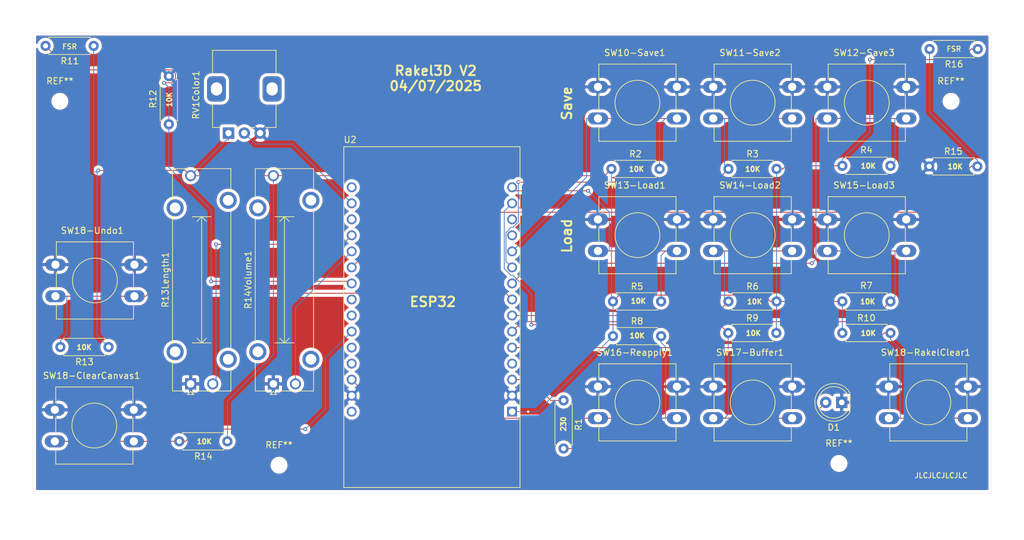
<source format=kicad_pcb>
(kicad_pcb (version 20241229) (generator "pcbnew") (generator_version "9.0")
  (layers (0 "F.Cu" signal) (2 "B.Cu" signal) (13 "F.Paste" user) (15 "B.Paste" user) (5 "F.SilkS" user "F.Silkscreen") (7 "B.SilkS" user "B.Silkscreen") (1 "F.Mask" user) (3 "B.Mask" user) (25 "Edge.Cuts" user))
  (net 0 "")
  (net 1 "Net-(U2-IO4)")
  (net 2 "GND")
  (net 3 "Net-(D1-A)")
  (net 4 "Net-(U2-IO16)")
  (net 5 "+3.3V")
  (net 6 "Net-(U2-IO22)")
  (net 7 "Net-(U2-IO21)")
  (net 8 "Net-(U2-IO19)")
  (net 9 "Net-(U2-IO18)")
  (net 10 "Net-(U2-IO34)")
  (net 11 "Net-(U2-IO17)")
  (net 12 "Net-(U2-IO35)")
  (net 13 "Net-(U2-IO23)")
  (net 14 "Net-(U2-SENSOR_VP)")
  (net 15 "Net-(U2-IO13)")
  (net 16 "Net-(U2-IO33)")
  (net 17 "Net-(U2-IO15)")
  (net 18 "Net-(U2-IO32)")
  (net 19 "Net-(U2-IO5)")
  (net 20 "Net-(U2-IO27)")
  (footprint "Resistor_THT:R_Axial_DIN0207_L6.3mm_D2.5mm_P7.62mm_Horizontal" (layer "F.Cu") (at 176.07 115.12)
    (property "Reference" "R8" (at 3.81 -2.37 0) (layer "F.SilkS"))
    (property "Value" "10k")
    (pad "1" thru_hole circle (at 0 0) (size 1.6 1.6) (drill 0.8) (layers "*.Cu" "*.Mask") (net 5 "+3.3V"))
    (pad "2" thru_hole oval (at 7.62 0) (size 1.6 1.6) (drill 0.8) (layers "*.Cu" "*.Mask") (net 15 "Net-(U2-IO13)"))
  )
  (footprint "Resistor_THT:R_Axial_DIN0207_L6.3mm_D2.5mm_P7.62mm_Horizontal" (layer "F.Cu") (at 115.02 131.79 180)
    (property "Reference" "R14" (at 3.81 -2.37 0) (layer "F.SilkS"))
    (property "Value" "10k")
    (pad "1" thru_hole circle (at 0 0 180) (size 1.6 1.6) (drill 0.8) (layers "*.Cu" "*.Mask") (net 5 "+3.3V"))
    (pad "2" thru_hole oval (at 7.62 0 180) (size 1.6 1.6) (drill 0.8) (layers "*.Cu" "*.Mask") (net 20 "Net-(U2-IO27)"))
  )
  (footprint "Resistor_THT:R_Axial_DIN0207_L6.3mm_D2.5mm_P7.62mm_Horizontal" (layer "F.Cu") (at 86.23 69.12)
    (property "Reference" "R11" (at 3.8475 2.4 0) (layer "F.SilkS"))
    (property "Value" "R_Variable_FSR1")
    (pad "1" thru_hole circle (at 0 0) (size 1.6 1.6) (drill 0.8) (layers "*.Cu" "*.Mask") (net 16 "Net-(U2-IO33)"))
    (pad "2" thru_hole oval (at 7.62 0) (size 1.6 1.6) (drill 0.8) (layers "*.Cu" "*.Mask") (net 5 "+3.3V"))
  )
  (footprint "Resistor_THT:R_Axial_DIN0207_L6.3mm_D2.5mm_P7.62mm_Horizontal" (layer "F.Cu") (at 194.32 114.62)
    (property "Reference" "R9" (at 3.81 -2.37 0) (layer "F.SilkS"))
    (property "Value" "10k")
    (pad "1" thru_hole circle (at 0 0) (size 1.6 1.6) (drill 0.8) (layers "*.Cu" "*.Mask") (net 6 "Net-(U2-IO22)"))
    (pad "2" thru_hole oval (at 7.62 0) (size 1.6 1.6) (drill 0.8) (layers "*.Cu" "*.Mask") (net 5 "+3.3V"))
  )
  (footprint "Button_Switch_THT:SW_PUSH-12mm" (layer "F.Cu") (at 87.8 103.795)
    (property "Reference" "SW18-Undo1" (at 5.83 -5.41 0) (layer "F.SilkS"))
    (property "Value" "SW_Push")
    (pad "1" thru_hole oval (at 0 0) (size 3.2 1.9) (drill 1.3) (layers "*.Cu" "*.Mask") (net 2 "GND"))
    (pad "1" thru_hole oval (at 12.5 0) (size 3.2 1.9) (drill 1.3) (layers "*.Cu" "*.Mask") (net 2 "GND"))
    (pad "2" thru_hole oval (at 0 5) (size 3.2 1.9) (drill 1.3) (layers "*.Cu" "*.Mask") (net 19 "Net-(U2-IO5)"))
    (pad "2" thru_hole oval (at 12.5 5) (size 3.2 1.9) (drill 1.3) (layers "*.Cu" "*.Mask") (net 19 "Net-(U2-IO5)"))
  )
  (footprint "Button_Switch_THT:SW_PUSH-12mm" (layer "F.Cu") (at 219.75 123.12)
    (property "Reference" "SW18-RakelClear1" (at 5.83 -5.41 0) (layer "F.SilkS"))
    (property "Value" "SW_Push")
    (pad "1" thru_hole oval (at 0 0) (size 3.2 1.9) (drill 1.3) (layers "*.Cu" "*.Mask") (net 2 "GND"))
    (pad "1" thru_hole oval (at 12.5 0) (size 3.2 1.9) (drill 1.3) (layers "*.Cu" "*.Mask") (net 2 "GND"))
    (pad "2" thru_hole oval (at 0 5) (size 3.2 1.9) (drill 1.3) (layers "*.Cu" "*.Mask") (net 1 "Net-(U2-IO4)"))
    (pad "2" thru_hole oval (at 12.5 5) (size 3.2 1.9) (drill 1.3) (layers "*.Cu" "*.Mask") (net 1 "Net-(U2-IO4)"))
  )
  (footprint "Resistor_THT:R_Axial_DIN0207_L6.3mm_D2.5mm_P7.62mm_Horizontal" (layer "F.Cu") (at 168.25 125.31 -90)
    (property "Reference" "R1" (at 3.81 -2.37 90) (layer "F.SilkS"))
    (property "Value" "230")
    (pad "1" thru_hole circle (at 0 0 270) (size 1.6 1.6) (drill 0.8) (layers "*.Cu" "*.Mask") (net 17 "Net-(U2-IO15)"))
    (pad "2" thru_hole oval (at 7.62 0 270) (size 1.6 1.6) (drill 0.8) (layers "*.Cu" "*.Mask") (net 3 "Net-(D1-A)"))
  )
  (footprint "LED_THT:LED_D5.0mm" (layer "F.Cu") (at 212.29 125.62 180)
    (property "Reference" "D1" (at 1.27 -3.96 0) (layer "F.SilkS"))
    (property "Value" "LED")
    (pad "1" thru_hole rect (at 0 0 180) (size 1.8 1.8) (drill 0.9) (layers "*.Cu" "*.Mask") (net 2 "GND"))
    (pad "2" thru_hole circle (at 2.54 0 180) (size 1.8 1.8) (drill 0.9) (layers "*.Cu" "*.Mask") (net 3 "Net-(D1-A)"))
  )
  (footprint "Button_Switch_THT:SW_PUSH-12mm" (layer "F.Cu") (at 210 75.62)
    (property "Reference" "SW12-Save3" (at 5.83 -5.41 0) (layer "F.SilkS"))
    (property "Value" "SW_Push")
    (pad "1" thru_hole oval (at 0 0) (size 3.2 1.9) (drill 1.3) (layers "*.Cu" "*.Mask") (net 2 "GND"))
    (pad "1" thru_hole oval (at 12.5 0) (size 3.2 1.9) (drill 1.3) (layers "*.Cu" "*.Mask") (net 2 "GND"))
    (pad "2" thru_hole oval (at 0 5) (size 3.2 1.9) (drill 1.3) (layers "*.Cu" "*.Mask") (net 9 "Net-(U2-IO18)"))
    (pad "2" thru_hole oval (at 12.5 5) (size 3.2 1.9) (drill 1.3) (layers "*.Cu" "*.Mask") (net 9 "Net-(U2-IO18)"))
  )
  (footprint "Potentiometer_THT:Potentiometer_Bourns_PTA2043_Single_Slide" (layer "F.Cu") (at 109.2 122.69 90)
    (property "Reference" "R13Length1" (at 16.5 -4 90) (layer "F.SilkS"))
    (property "Value" "PTA2043-2010CIB103")
    (pad "1" thru_hole rect (at 0 0 90) (size 1.75 1.75) (drill 1.2) (layers "*.Cu" "*.Mask") (net 2 "GND"))
    (pad "2" thru_hole circle (at 0 3.5 90) (size 1.75 1.75) (drill 1.2) (layers "*.Cu" "*.Mask") (net 10 "Net-(U2-IO34)"))
    (pad "3" thru_hole circle (at 33 0 90) (size 1.75 1.75) (drill 1.2) (layers "*.Cu" "*.Mask") (net 5 "+3.3V"))
    (pad "MP" thru_hole circle (at 3.9 5.95 90) (size 2.7 2.7) (drill 1.7) (layers "*.Cu" "*.Mask"))
    (pad "MP" thru_hole circle (at 5.1 -2.45 90) (size 2.7 2.7) (drill 1.7) (layers "*.Cu" "*.Mask"))
    (pad "MP" thru_hole circle (at 27.9 -2.45 90) (size 2.7 2.7) (drill 1.7) (layers "*.Cu" "*.Mask"))
    (pad "MP" thru_hole circle (at 29.1 5.95 90) (size 2.7 2.7) (drill 1.7) (layers "*.Cu" "*.Mask"))
  )
  (footprint "Button_Switch_THT:SW_PUSH-12mm" (layer "F.Cu") (at 173.69 75.62)
    (property "Reference" "SW10-Save1" (at 5.83 -5.41 0) (layer "F.SilkS"))
    (property "Value" "SW_Push")
    (pad "1" thru_hole oval (at 0 0) (size 3.2 1.9) (drill 1.3) (layers "*.Cu" "*.Mask") (net 2 "GND"))
    (pad "1" thru_hole oval (at 12.5 0) (size 3.2 1.9) (drill 1.3) (layers "*.Cu" "*.Mask") (net 2 "GND"))
    (pad "2" thru_hole oval (at 0 5) (size 3.2 1.9) (drill 1.3) (layers "*.Cu" "*.Mask") (net 7 "Net-(U2-IO21)"))
    (pad "2" thru_hole oval (at 12.5 5) (size 3.2 1.9) (drill 1.3) (layers "*.Cu" "*.Mask") (net 7 "Net-(U2-IO21)"))
  )
  (footprint "Button_Switch_THT:SW_PUSH-12mm" (layer "F.Cu") (at 173.69 96.62)
    (property "Reference" "SW13-Load1" (at 5.83 -5.41 0) (layer "F.SilkS"))
    (property "Value" "SW_Push")
    (pad "1" thru_hole oval (at 0 0) (size 3.2 1.9) (drill 1.3) (layers "*.Cu" "*.Mask") (net 2 "GND"))
    (pad "1" thru_hole oval (at 12.5 0) (size 3.2 1.9) (drill 1.3) (layers "*.Cu" "*.Mask") (net 2 "GND"))
    (pad "2" thru_hole oval (at 0 5) (size 3.2 1.9) (drill 1.3) (layers "*.Cu" "*.Mask") (net 13 "Net-(U2-IO23)"))
    (pad "2" thru_hole oval (at 12.5 5) (size 3.2 1.9) (drill 1.3) (layers "*.Cu" "*.Mask") (net 13 "Net-(U2-IO23)"))
  )
  (footprint "MountingHole:MountingHole_2.2mm_M2" (layer "F.Cu") (at 229.6 77.9)
    (property "Reference" "REF**" (at 0 -3.2 0) (layer "F.SilkS"))
    (property "Value" "MountingHole_2.2mm_M2")
    (pad "" np_thru_hole circle (at 0 0) (size 2.2 2.2) (drill 2.2) (layers "*.Cu" "*.Mask"))
  )
  (footprint "Potentiometer_THT:Potentiometer_Alps_RK09K_Single_Vertical" (layer "F.Cu") (at 115.2 82.94 90)
    (property "Reference" "RV1Color1" (at 6.05 -5.15 90) (layer "F.SilkS"))
    (property "Value" "R_Potentiometer")
    (pad "1" thru_hole rect (at 0 0 90) (size 1.8 1.8) (drill 1) (layers "*.Cu" "*.Mask") (net 5 "+3.3V"))
    (pad "2" thru_hole circle (at 0 2.5 90) (size 1.8 1.8) (drill 1) (layers "*.Cu" "*.Mask") (net 14 "Net-(U2-SENSOR_VP)"))
    (pad "3" thru_hole circle (at 0 5 90) (size 1.8 1.8) (drill 1) (layers "*.Cu" "*.Mask") (net 2 "GND"))
    (pad "MP" thru_hole roundrect (at 7 -1.9 90) (size 4 3) (drill oval 2.1 1.8) (layers "*.Cu" "*.Mask"))
    (pad "MP" thru_hole roundrect (at 7 6.9 90) (size 4 3) (drill oval 2.1 1.8) (layers "*.Cu" "*.Mask"))
  )
  (footprint "Button_Switch_THT:SW_PUSH-12mm" (layer "F.Cu") (at 191.94 123.12)
    (property "Reference" "SW17-Buffer1" (at 5.83 -5.41 0) (layer "F.SilkS"))
    (property "Value" "SW_Push")
    (pad "1" thru_hole oval (at 0 0) (size 3.2 1.9) (drill 1.3) (layers "*.Cu" "*.Mask") (net 2 "GND"))
    (pad "1" thru_hole oval (at 12.5 0) (size 3.2 1.9) (drill 1.3) (layers "*.Cu" "*.Mask") (net 2 "GND"))
    (pad "2" thru_hole oval (at 0 5) (size 3.2 1.9) (drill 1.3) (layers "*.Cu" "*.Mask") (net 6 "Net-(U2-IO22)"))
    (pad "2" thru_hole oval (at 12.5 5) (size 3.2 1.9) (drill 1.3) (layers "*.Cu" "*.Mask") (net 6 "Net-(U2-IO22)"))
  )
  (footprint "MountingHole:MountingHole_2.2mm_M2" (layer "F.Cu") (at 123.2 135.57)
    (property "Reference" "REF**" (at 0 -3.2 0) (layer "F.SilkS"))
    (property "Value" "MountingHole_2.2mm_M2")
    (pad "" np_thru_hole circle (at 0 0) (size 2.2 2.2) (drill 2.2) (layers "*.Cu" "*.Mask"))
  )
  (footprint "Resistor_THT:R_Axial_DIN0207_L6.3mm_D2.5mm_P7.62mm_Horizontal" (layer "F.Cu") (at 220 88.12 180)
    (property "Reference" "R4" (at 3.81 2.5 0) (layer "F.SilkS"))
    (property "Value" "10k")
    (pad "1" thru_hole circle (at 0 0 180) (size 1.6 1.6) (drill 0.8) (layers "*.Cu" "*.Mask") (net 9 "Net-(U2-IO18)"))
    (pad "2" thru_hole oval (at 7.62 0 180) (size 1.6 1.6) (drill 0.8) (layers "*.Cu" "*.Mask") (net 5 "+3.3V"))
  )
  (footprint "Button_Switch_THT:SW_PUSH-12mm" (layer "F.Cu") (at 191.94 75.62)
    (property "Reference" "SW11-Save2" (at 5.83 -5.41 0) (layer "F.SilkS"))
    (property "Value" "SW_Push")
    (pad "1" thru_hole oval (at 0 0) (size 3.2 1.9) (drill 1.3) (layers "*.Cu" "*.Mask") (net 2 "GND"))
    (pad "1" thru_hole oval (at 12.5 0) (size 3.2 1.9) (drill 1.3) (layers "*.Cu" "*.Mask") (net 2 "GND"))
    (pad "2" thru_hole oval (at 0 5) (size 3.2 1.9) (drill 1.3) (layers "*.Cu" "*.Mask") (net 8 "Net-(U2-IO19)"))
    (pad "2" thru_hole oval (at 12.5 5) (size 3.2 1.9) (drill 1.3) (layers "*.Cu" "*.Mask") (net 8 "Net-(U2-IO19)"))
  )
  (footprint "Resistor_THT:R_Axial_DIN0207_L6.3mm_D2.5mm_P7.62mm_Horizontal" (layer "F.Cu") (at 226.14 88.22)
    (property "Reference" "R15" (at 3.81 -2.37 0) (layer "F.SilkS"))
    (property "Value" "10k")
    (pad "1" thru_hole circle (at 0 0) (size 1.6 1.6) (drill 0.8) (layers "*.Cu" "*.Mask") (net 2 "GND"))
    (pad "2" thru_hole oval (at 7.62 0) (size 1.6 1.6) (drill 0.8) (layers "*.Cu" "*.Mask") (net 18 "Net-(U2-IO32)"))
  )
  (footprint "Resistor_THT:R_Axial_DIN0207_L6.3mm_D2.5mm_P7.62mm_Horizontal" (layer "F.Cu") (at 220 109.62 180)
    (property "Reference" "R7" (at 3.81 2.5 0) (layer "F.SilkS"))
    (property "Value" "10k")
    (pad "1" thru_hole circle (at 0 0 180) (size 1.6 1.6) (drill 0.8) (layers "*.Cu" "*.Mask") (net 4 "Net-(U2-IO16)"))
    (pad "2" thru_hole oval (at 7.62 0 180) (size 1.6 1.6) (drill 0.8) (layers "*.Cu" "*.Mask") (net 5 "+3.3V"))
  )
  (footprint "Button_Switch_THT:SW_PUSH-12mm" (layer "F.Cu") (at 173.69 123.12)
    (property "Reference" "SW16-Reapply1" (at 5.83 -5.41 0) (layer "F.SilkS"))
    (property "Value" "SW_Push")
    (pad "1" thru_hole oval (at 0 0) (size 3.2 1.9) (drill 1.3) (layers "*.Cu" "*.Mask") (net 2 "GND"))
    (pad "1" thru_hole oval (at 12.5 0) (size 3.2 1.9) (drill 1.3) (layers "*.Cu" "*.Mask") (net 2 "GND"))
    (pad "2" thru_hole oval (at 0 5) (size 3.2 1.9) (drill 1.3) (layers "*.Cu" "*.Mask") (net 15 "Net-(U2-IO13)"))
    (pad "2" thru_hole oval (at 12.5 5) (size 3.2 1.9) (drill 1.3) (layers "*.Cu" "*.Mask") (net 15 "Net-(U2-IO13)"))
  )
  (footprint "Resistor_THT:R_Axial_DIN0207_L6.3mm_D2.5mm_P7.62mm_Horizontal" (layer "F.Cu") (at 194.35 109.62)
    (property "Reference" "R6" (at 3.81 -2.37 0) (layer "F.SilkS"))
    (property "Value" "10k")
    (pad "1" thru_hole circle (at 0 0) (size 1.6 1.6) (drill 0.8) (layers "*.Cu" "*.Mask") (net 11 "Net-(U2-IO17)"))
    (pad "2" thru_hole oval (at 7.62 0) (size 1.6 1.6) (drill 0.8) (layers "*.Cu" "*.Mask") (net 5 "+3.3V"))
  )
  (footprint "MountingHole:MountingHole_2.2mm_M2" (layer "F.Cu") (at 88.5 77.9)
    (property "Reference" "REF**" (at 0 -3.2 0) (layer "F.SilkS"))
    (property "Value" "MountingHole_2.2mm_M2")
    (pad "" np_thru_hole circle (at 0 0) (size 2.2 2.2) (drill 2.2) (layers "*.Cu" "*.Mask"))
  )
  (footprint "Potentiometer_THT:Potentiometer_Bourns_PTA2043_Single_Slide" (layer "F.Cu") (at 122.3 122.69 90)
    (property "Reference" "R14Volume1" (at 16.5 -4 90) (layer "F.SilkS"))
    (property "Value" "PTA2043-2010CIB103")
    (pad "1" thru_hole rect (at 0 0 90) (size 1.75 1.75) (drill 1.2) (layers "*.Cu" "*.Mask") (net 2 "GND"))
    (pad "2" thru_hole circle (at 0 3.5 90) (size 1.75 1.75) (drill 1.2) (layers "*.Cu" "*.Mask") (net 12 "Net-(U2-IO35)"))
    (pad "3" thru_hole circle (at 33 0 90) (size 1.75 1.75) (drill 1.2) (layers "*.Cu" "*.Mask") (net 5 "+3.3V"))
    (pad "MP" thru_hole circle (at 3.9 5.95 90) (size 2.7 2.7) (drill 1.7) (layers "*.Cu" "*.Mask"))
    (pad "MP" thru_hole circle (at 5.1 -2.45 90) (size 2.7 2.7) (drill 1.7) (layers "*.Cu" "*.Mask"))
    (pad "MP" thru_hole circle (at 27.9 -2.45 90) (size 2.7 2.7) (drill 1.7) (layers "*.Cu" "*.Mask"))
    (pad "MP" thru_hole circle (at 29.1 5.95 90) (size 2.7 2.7) (drill 1.7) (layers "*.Cu" "*.Mask"))
  )
  (footprint "Button_Switch_THT:SW_PUSH-12mm" (layer "F.Cu") (at 191.94 96.62)
    (property "Reference" "SW14-Load2" (at 5.83 -5.41 0) (layer "F.SilkS"))
    (property "Value" "SW_Push")
    (pad "1" thru_hole oval (at 0 0) (size 3.2 1.9) (drill 1.3) (layers "*.Cu" "*.Mask") (net 2 "GND"))
    (pad "1" thru_hole oval (at 12.5 0) (size 3.2 1.9) (drill 1.3) (layers "*.Cu" "*.Mask") (net 2 "GND"))
    (pad "2" thru_hole oval (at 0 5) (size 3.2 1.9) (drill 1.3) (layers "*.Cu" "*.Mask") (net 11 "Net-(U2-IO17)"))
    (pad "2" thru_hole oval (at 12.5 5) (size 3.2 1.9) (drill 1.3) (layers "*.Cu" "*.Mask") (net 11 "Net-(U2-IO17)"))
  )
  (footprint "Resistor_THT:R_Axial_DIN0207_L6.3mm_D2.5mm_P7.62mm_Horizontal" (layer "F.Cu") (at 176.07 109.62)
    (property "Reference" "R5" (at 3.81 -2.37 0) (layer "F.SilkS"))
    (property "Value" "10k")
    (pad "1" thru_hole circle (at 0 0) (size 1.6 1.6) (drill 0.8) (layers "*.Cu" "*.Mask") (net 5 "+3.3V"))
    (pad "2" thru_hole oval (at 7.62 0) (size 1.6 1.6) (drill 0.8) (layers "*.Cu" "*.Mask") (net 13 "Net-(U2-IO23)"))
  )
  (footprint "Resistor_THT:R_Axial_DIN0207_L6.3mm_D2.5mm_P7.62mm_Horizontal" (layer "F.Cu") (at 105.75 73.92 -90)
    (property "Reference" "R12" (at 3.62 2.5 90) (layer "F.SilkS"))
    (property "Value" "10k")
    (pad "1" thru_hole circle (at 0 0 270) (size 1.6 1.6) (drill 0.8) (layers "*.Cu" "*.Mask") (net 2 "GND"))
    (pad "2" thru_hole oval (at 7.62 0 270) (size 1.6 1.6) (drill 0.8) (layers "*.Cu" "*.Mask") (net 16 "Net-(U2-IO33)"))
  )
  (footprint "Button_Switch_THT:SW_PUSH-12mm" (layer "F.Cu") (at 87.7 126.79)
    (property "Reference" "SW18-ClearCanvas1" (at 5.83 -5.41 0) (layer "F.SilkS"))
    (property "Value" "SW_Push")
    (pad "1" thru_hole oval (at 0 0) (size 3.2 1.9) (drill 1.3) (layers "*.Cu" "*.Mask") (net 2 "GND"))
    (pad "1" thru_hole oval (at 12.5 0) (size 3.2 1.9) (drill 1.3) (layers "*.Cu" "*.Mask") (net 2 "GND"))
    (pad "2" thru_hole oval (at 0 5) (size 3.2 1.9) (drill 1.3) (layers "*.Cu" "*.Mask") (net 20 "Net-(U2-IO27)"))
    (pad "2" thru_hole oval (at 12.5 5) (size 3.2 1.9) (drill 1.3) (layers "*.Cu" "*.Mask") (net 20 "Net-(U2-IO27)"))
  )
  (footprint "Resistor_THT:R_Axial_DIN0207_L6.3mm_D2.5mm_P7.62mm_Horizontal" (layer "F.Cu") (at 96.2 116.84 180)
    (property "Reference" "R13" (at 3.81 -2.37 0) (layer "F.SilkS"))
    (property "Value" "10k")
    (pad "1" thru_hole circle (at 0 0 180) (size 1.6 1.6) (drill 0.8) (layers "*.Cu" "*.Mask") (net 5 "+3.3V"))
    (pad "2" thru_hole oval (at 7.62 0 180) (size 1.6 1.6) (drill 0.8) (layers "*.Cu" "*.Mask") (net 19 "Net-(U2-IO5)"))
  )
  (footprint "Resistor_THT:R_Axial_DIN0207_L6.3mm_D2.5mm_P7.62mm_Horizontal" (layer "F.Cu") (at 212.38 114.62)
    (property "Reference" "R10" (at 3.81 -2.37 0) (layer "F.SilkS"))
    (property "Value" "10k")
    (pad "1" thru_hole circle (at 0 0) (size 1.6 1.6) (drill 0.8) (layers "*.Cu" "*.Mask") (net 5 "+3.3V"))
    (pad "2" thru_hole oval (at 7.62 0) (size 1.6 1.6) (drill 0.8) (layers "*.Cu" "*.Mask") (net 1 "Net-(U2-IO4)"))
  )
  (footprint "MountingHole:MountingHole_2.2mm_M2" (layer "F.Cu") (at 211.85 135.3)
    (property "Reference" "REF**" (at 0 -3.2 0) (layer "F.SilkS"))
    (property "Value" "MountingHole_2.2mm_M2")
    (pad "" np_thru_hole circle (at 0 0) (size 2.2 2.2) (drill 2.2) (layers "*.Cu" "*.Mask"))
  )
  (footprint "Resistor_THT:R_Axial_DIN0207_L6.3mm_D2.5mm_P7.62mm_Horizontal" (layer "F.Cu") (at 175.82 88.62)
    (property "Reference" "R2" (at 3.81 -2.37 0) (layer "F.SilkS"))
    (property "Value" "10k")
    (pad "1" thru_hole circle (at 0 0) (size 1.6 1.6) (drill 0.8) (layers "*.Cu" "*.Mask") (net 5 "+3.3V"))
    (pad "2" thru_hole oval (at 7.62 0) (size 1.6 1.6) (drill 0.8) (layers "*.Cu" "*.Mask") (net 7 "Net-(U2-IO21)"))
  )
  (footprint "Resistor_THT:R_Axial_DIN0207_L6.3mm_D2.5mm_P7.62mm_Horizontal" (layer "F.Cu") (at 226.2 69.62)
    (property "Reference" "R16" (at 3.8575 2.4 0) (layer "F.SilkS"))
    (property "Value" "R_Variable_FSR2")
    (pad "1" thru_hole circle (at 0 0) (size 1.6 1.6) (drill 0.8) (layers "*.Cu" "*.Mask") (net 18 "Net-(U2-IO32)"))
    (pad "2" thru_hole oval (at 7.62 0) (size 1.6 1.6) (drill 0.8) (layers "*.Cu" "*.Mask") (net 5 "+3.3V"))
  )
  (footprint "Resistor_THT:R_Axial_DIN0207_L6.3mm_D2.5mm_P7.62mm_Horizontal" (layer "F.Cu") (at 194.35 88.62)
    (property "Reference" "R3" (at 3.81 -2.37 0) (layer "F.SilkS"))
    (property "Value" "10k")
    (pad "1" thru_hole circle (at 0 0) (size 1.6 1.6) (drill 0.8) (layers "*.Cu" "*.Mask") (net 8 "Net-(U2-IO19)"))
    (pad "2" thru_hole oval (at 7.62 0) (size 1.6 1.6) (drill 0.8) (layers "*.Cu" "*.Mask") (net 5 "+3.3V"))
  )
  (footprint "ESP32-DEVKITC-32D:MODULE_ESP32-DEVKITC-32D" (layer "F.Cu") (at 147.4 111.85)
    (property "Reference" "U2" (at -12.95 -27.86 0) (layer "F.SilkS") (effects (font (size 1.000386 1.000386))))
    (property "Value" "ESP32-DEVKITC-32D")
    (pad "J2-1" thru_hole rect (at 12.7 15.24) (size 1.56 1.56) (drill 1.04) (layers "*.Cu" "*.Mask") (net 5 "+3.3V"))
    (pad "J2-2" thru_hole circle (at -12.7 -20.32) (size 1.56 1.56) (drill 1.04) (layers "*.Cu" "*.Mask"))
    (pad "J2-3" thru_hole circle (at -12.7 -17.78) (size 1.56 1.56) (drill 1.04) (layers "*.Cu" "*.Mask") (net 14 "Net-(U2-SENSOR_VP)"))
    (pad "J2-4" thru_hole circle (at -12.7 -15.24) (size 1.56 1.56) (drill 1.04) (layers "*.Cu" "*.Mask"))
    (pad "J2-5" thru_hole circle (at -12.7 -12.7) (size 1.56 1.56) (drill 1.04) (layers "*.Cu" "*.Mask") (net 10 "Net-(U2-IO34)"))
    (pad "J2-6" thru_hole circle (at -12.7 -10.16) (size 1.56 1.56) (drill 1.04) (layers "*.Cu" "*.Mask") (net 12 "Net-(U2-IO35)"))
    (pad "J2-7" thru_hole circle (at -12.7 -7.62) (size 1.56 1.56) (drill 1.04) (layers "*.Cu" "*.Mask") (net 18 "Net-(U2-IO32)"))
    (pad "J2-8" thru_hole circle (at -12.7 -5.08) (size 1.56 1.56) (drill 1.04) (layers "*.Cu" "*.Mask") (net 16 "Net-(U2-IO33)"))
    (pad "J2-9" thru_hole circle (at -12.7 -2.54) (size 1.56 1.56) (drill 1.04) (layers "*.Cu" "*.Mask"))
    (pad "J2-10" thru_hole circle (at -12.7 0) (size 1.56 1.56) (drill 1.04) (layers "*.Cu" "*.Mask"))
    (pad "J2-11" thru_hole circle (at -12.7 2.54) (size 1.56 1.56) (drill 1.04) (layers "*.Cu" "*.Mask") (net 20 "Net-(U2-IO27)"))
    (pad "J2-12" thru_hole circle (at -12.7 5.08) (size 1.56 1.56) (drill 1.04) (layers "*.Cu" "*.Mask"))
    (pad "J2-13" thru_hole circle (at -12.7 7.62) (size 1.56 1.56) (drill 1.04) (layers "*.Cu" "*.Mask"))
    (pad "J2-14" thru_hole circle (at -12.7 12.7) (size 1.56 1.56) (drill 1.04) (layers "*.Cu" "*.Mask") (net 2 "GND"))
    (pad "J2-15" thru_hole circle (at -12.7 10.16) (size 1.56 1.56) (drill 1.04) (layers "*.Cu" "*.Mask") (net 15 "Net-(U2-IO13)"))
    (pad "J2-19" thru_hole circle (at -12.7 15.24) (size 1.56 1.56) (drill 1.04) (layers "*.Cu" "*.Mask"))
    (pad "J3-2" thru_hole circle (at 12.7 -20.32) (size 1.56 1.56) (drill 1.04) (layers "*.Cu" "*.Mask") (net 13 "Net-(U2-IO23)"))
    (pad "J3-3" thru_hole circle (at 12.7 -17.78) (size 1.56 1.56) (drill 1.04) (layers "*.Cu" "*.Mask") (net 6 "Net-(U2-IO22)"))
    (pad "J3-4" thru_hole circle (at 12.7 -15.24) (size 1.56 1.56) (drill 1.04) (layers "*.Cu" "*.Mask"))
    (pad "J3-5" thru_hole circle (at 12.7 -12.7) (size 1.56 1.56) (drill 1.04) (layers "*.Cu" "*.Mask"))
    (pad "J3-6" thru_hole circle (at 12.7 -10.16) (size 1.56 1.56) (drill 1.04) (layers "*.Cu" "*.Mask") (net 7 "Net-(U2-IO21)"))
    (pad "J3-7" thru_hole circle (at 12.7 12.7) (size 1.56 1.56) (drill 1.04) (layers "*.Cu" "*.Mask") (net 2 "GND"))
    (pad "J3-8" thru_hole circle (at 12.7 -7.62) (size 1.56 1.56) (drill 1.04) (layers "*.Cu" "*.Mask") (net 8 "Net-(U2-IO19)"))
    (pad "J3-9" thru_hole circle (at 12.7 -5.08) (size 1.56 1.56) (drill 1.04) (layers "*.Cu" "*.Mask") (net 9 "Net-(U2-IO18)"))
    (pad "J3-10" thru_hole circle (at 12.7 -2.54) (size 1.56 1.56) (drill 1.04) (layers "*.Cu" "*.Mask") (net 19 "Net-(U2-IO5)"))
    (pad "J3-11" thru_hole circle (at 12.7 0) (size 1.56 1.56) (drill 1.04) (layers "*.Cu" "*.Mask") (net 11 "Net-(U2-IO17)"))
    (pad "J3-12" thru_hole circle (at 12.7 2.54) (size 1.56 1.56) (drill 1.04) (layers "*.Cu" "*.Mask") (net 4 "Net-(U2-IO16)"))
    (pad "J3-13" thru_hole circle (at 12.7 5.08) (size 1.56 1.56) (drill 1.04) (layers "*.Cu" "*.Mask") (net 1 "Net-(U2-IO4)"))
    (pad "J3-15" thru_hole circle (at 12.7 7.62) (size 1.56 1.56) (drill 1.04) (layers "*.Cu" "*.Mask"))
    (pad "J3-16" thru_hole circle (at 12.7 10.16) (size 1.56 1.56) (drill 1.04) (layers "*.Cu" "*.Mask") (net 17 "Net-(U2-IO15)"))
  )
  (footprint "Button_Switch_THT:SW_PUSH-12mm" (layer "F.Cu") (at 210 96.62)
    (property "Reference" "SW15-Load3" (at 5.83 -5.41 0) (layer "F.SilkS"))
    (property "Value" "SW_Push")
    (pad "1" thru_hole oval (at 0 0) (size 3.2 1.9) (drill 1.3) (layers "*.Cu" "*.Mask") (net 2 "GND"))
    (pad "1" thru_hole oval (at 12.5 0) (size 3.2 1.9) (drill 1.3) (layers "*.Cu" "*.Mask") (net 2 "GND"))
    (pad "2" thru_hole oval (at 0 5) (size 3.2 1.9) (drill 1.3) (layers "*.Cu" "*.Mask") (net 4 "Net-(U2-IO16)"))
    (pad "2" thru_hole oval (at 12.5 5) (size 3.2 1.9) (drill 1.3) (layers "*.Cu" "*.Mask") (net 4 "Net-(U2-IO16)"))
  )
  (gr_line (start 84.25 67) (end 84.25 140) (stroke (width 0.0381)) (layer "Edge.Cuts"))
  (gr_line (start 84.25 140) (end 236 140) (stroke (width 0.0381)) (layer "Edge.Cuts"))
  (gr_line (start 84.25 67) (end 236 67) (stroke (width 0.0381)) (layer "Edge.Cuts"))
  (gr_line (start 236 67) (end 236 140) (stroke (width 0.0381)) (layer "Edge.Cuts"))
  (gr_text "10K" (at 178.499985 89.12 0) (layer "F.SilkS") (effects (font (size 0.8 0.8) (thickness 0.2) (bold yes)) (justify left bottom)))
  (gr_text "JLCJLCJLCJLC" (at 223.749985 137.68 0) (layer "F.SilkS") (effects (font (size 0.8128 0.8128) (thickness 0.1524) (bold yes)) (justify left bottom)))
  (gr_text "Rakel3D V2\n04/07/2025" (at 148.0075 76.36 0) (layer "F.SilkS") (effects (font (size 1.5 1.5) (thickness 0.3) (bold yes)) (justify bottom)))
  (gr_text "Save" (at 169.659985 81.073658 90) (layer "F.SilkS") (effects (font (size 1.524 1.524) (thickness 0.3048) (bold yes)) (justify left bottom)))
  (gr_text "10K" (at 197.199985 110.12 0) (layer "F.SilkS") (effects (font (size 0.8 0.8) (thickness 0.2) (bold yes)) (justify left bottom)))
  (gr_text "10K" (at 215.099985 110.12 0) (layer "F.SilkS") (effects (font (size 0.8 0.8) (thickness 0.2) (bold yes)) (justify left bottom)))
  (gr_text "FSR" (at 88.799985 69.72 0) (layer "F.SilkS") (effects (font (size 0.8128 0.8128) (thickness 0.1524) (bold yes)) (justify left bottom)))
  (gr_text "10K" (at 110.07 132.29 0) (layer "F.SilkS") (effects (font (size 0.8 0.8) (thickness 0.2) (bold yes)) (justify left bottom)))
  (gr_text "10K" (at 178.599985 115.52 0) (layer "F.SilkS") (effects (font (size 0.8 0.8) (thickness 0.2) (bold yes)) (justify left bottom)))
  (gr_text "10K" (at 178.799985 110.02 0) (layer "F.SilkS") (effects (font (size 0.8 0.8) (thickness 0.2) (bold yes)) (justify left bottom)))
  (gr_text "10K" (at 196.999985 115.12 0) (layer "F.SilkS") (effects (font (size 0.8 0.8) (thickness 0.2) (bold yes)) (justify left bottom)))
  (gr_text "10K" (at 228.949985 88.72 0) (layer "F.SilkS") (effects (font (size 0.8 0.8) (thickness 0.2) (bold yes)) (justify left bottom)))
  (gr_text "10K" (at 91.05 117.36 0) (layer "F.SilkS") (effects (font (size 0.8 0.8) (thickness 0.2) (bold yes)) (justify left bottom)))
  (gr_text "10K" (at 215.199985 88.62 0) (layer "F.SilkS") (effects (font (size 0.8 0.8) (thickness 0.2) (bold yes)) (justify left bottom)))
  (gr_text "ESP32\n" (at 143.724113 110.58 0) (layer "F.SilkS") (effects (font (size 1.524 1.524) (thickness 0.3048) (bold yes)) (justify left bottom)))
  (gr_text "FSR" (at 228.8 70.09 0) (layer "F.SilkS") (effects (font (size 0.8128 0.8128) (thickness 0.1524) (bold yes)) (justify left bottom)))
  (gr_text "10K" (at 215.199985 115.12 0) (layer "F.SilkS") (effects (font (size 0.8 0.8) (thickness 0.2) (bold yes)) (justify left bottom)))
  (gr_text "230" (at 168.699985 130.32 90) (layer "F.SilkS") (effects (font (size 0.8 0.8) (thickness 0.2) (bold yes)) (justify left bottom)))
  (gr_text "Load" (at 169.659985 102.109943 90) (layer "F.SilkS") (effects (font (size 1.524 1.524) (thickness 0.3048) (bold yes)) (justify left bottom)))
  (gr_text "10K" (at 196.899985 89.12 0) (layer "F.SilkS") (effects (font (size 0.8 0.8) (thickness 0.2) (bold yes)) (justify left bottom)))
  (gr_text "10K" (at 106.299985 78.92 90) (layer "F.SilkS") (effects (font (size 0.8 0.8) (thickness 0.2) (bold yes)) (justify left bottom)))
  (segment (start 216.6978 116.93) (end 160.1 116.93) (width 0.127) (layer "F.Cu") (net 1))
  (segment (start 220 114.62) (end 219.0078 114.62) (width 0.127) (layer "F.Cu") (net 1))
  (segment (start 232.25 128.12) (end 219.75 128.12) (width 0.127) (layer "F.Cu") (net 1))
  (segment (start 219.0078 114.62) (end 216.6978 116.93) (width 0.127) (layer "F.Cu") (net 1))
  (segment (start 221.5422 117.1544) (end 221.5422 128.12) (width 0.127) (layer "B.Cu") (net 1))
  (segment (start 219.75 128.12) (end 221.5422 128.12) (width 0.127) (layer "B.Cu") (net 1))
  (segment (start 220 114.62) (end 220 115.6122) (width 0.127) (layer "B.Cu") (net 1))
  (segment (start 220 115.6122) (end 221.5422 117.1544) (width 0.127) (layer "B.Cu") (net 1))
  (segment (start 209.75 125.62) (end 202.44 132.93) (width 0.127) (layer "F.Cu") (net 3))
  (segment (start 202.44 132.93) (end 168.25 132.93) (width 0.127) (layer "F.Cu") (net 3))
  (segment (start 220 109.62) (end 216.7993 112.8207) (width 0.127) (layer "F.Cu") (net 4))
  (segment (start 216.7993 112.8207) (end 161.6693 112.8207) (width 0.127) (layer "F.Cu") (net 4))
  (segment (start 161.6693 112.8207) (end 160.1 114.39) (width 0.127) (layer "F.Cu") (net 4))
  (segment (start 222.5 101.62) (end 210 101.62) (width 0.127) (layer "F.Cu") (net 4))
  (segment (start 220 109.62) (end 220.7078 108.9122) (width 0.127) (layer "B.Cu") (net 4))
  (segment (start 222.5 101.62) (end 220.7078 101.62) (width 0.127) (layer "B.Cu") (net 4))
  (segment (start 220.7078 108.9122) (end 220.7078 101.62) (width 0.127) (layer "B.Cu") (net 4))
  (segment (start 174.75 89.69) (end 175.82 88.62) (width 0.127) (layer "F.Cu") (net 5))
  (segment (start 212.38 88.12) (end 203.4622 88.12) (width 0.127) (layer "F.Cu") (net 5))
  (segment (start 202.3986 109.62) (end 202.3724 109.62) (width 0.127) (layer "F.Cu") (net 5))
  (segment (start 206.1775 109.62) (end 203.0219 109.62) (width 0.127) (layer "F.Cu") (net 5))
  (segment (start 201.97 109.62) (end 200.9778 109.62) (width 0.127) (layer "F.Cu") (net 5))
  (segment (start 200.9778 109.62) (end 199.9803 108.6225) (width 0.127) (layer "F.Cu") (net 5))
  (segment (start 203.4622 88.12) (end 202.9622 88.62) (width 0.127) (layer "F.Cu") (net 5))
  (segment (start 108.37 88.86) (end 109.2 89.69) (width 0.127) (layer "F.Cu") (net 5))
  (segment (start 231.1558 71.292) (end 216.7378 71.292) (width 0.127) (layer "F.Cu") (net 5))
  (segment (start 203.0219 109.62) (end 202.3986 109.62) (width 0.127) (layer "F.Cu") (net 5))
  (segment (start 207.175 109.62) (end 207.1488 109.62) (width 0.127) (layer "F.Cu") (net 5))
  (segment (start 202.3724 109.62) (end 201.97 109.62) (width 0.127) (layer "F.Cu") (net 5))
  (segment (start 212.38 109.62) (end 207.175 109.62) (width 0.127) (layer "F.Cu") (net 5))
  (segment (start 201.97 88.62) (end 202.9622 88.62) (width 0.127) (layer "F.Cu") (net 5))
  (segment (start 177.0675 108.6225) (end 176.07 109.62) (width 0.127) (layer "F.Cu") (net 5))
  (segment (start 232.8278 69.62) (end 231.1558 71.292) (width 0.127) (layer "F.Cu") (net 5))
  (segment (start 122.3 89.69) (end 174.75 89.69) (width 0.127) (layer "F.Cu") (net 5))
  (segment (start 207.1488 109.62) (end 206.1775 109.62) (width 0.127) (layer "F.Cu") (net 5))
  (segment (start 109.2 89.69) (end 122.3 89.69) (width 0.127) (layer "F.Cu") (net 5))
  (segment (start 199.9803 108.6225) (end 177.0675 108.6225) (width 0.127) (layer "F.Cu") (net 5))
  (segment (start 233.82 69.62) (end 232.8278 69.62) (width 0.127) (layer "F.Cu") (net 5))
  (segment (start 94.5783 88.86) (end 108.37 88.86) (width 0.127) (layer "F.Cu") (net 5))
  (via (at 216.7378 71.292) (size 0.6) (drill 0.3) (layers "F.Cu" "B.Cu") (net 5))
  (via (at 94.5783 88.86) (size 0.6) (drill 0.3) (layers "F.Cu" "B.Cu") (net 5))
  (segment (start 93.85 89.0598) (end 94.3785 89.0598) (width 0.127) (layer "B.Cu") (net 5))
  (segment (start 216.7378 71.292) (end 216.7378 82.77) (width 0.127) (layer "B.Cu") (net 5))
  (segment (start 212.38 109.62) (end 212.38 114.62) (width 0.127) (layer "B.Cu") (net 5))
  (segment (start 201.94 110.6422) (end 201.94 114.62) (width 0.127) (layer "B.Cu") (net 5))
  (segment (start 160.1 127.09) (end 164.1 127.09) (width 0.127) (layer "B.Cu") (net 5))
  (segment (start 94.3785 115.0185) (end 96.2 116.84) (width 0.127) (layer "B.Cu") (net 5))
  (segment (start 201.97 109.62) (end 201.97 110.6122) (width 0.127) (layer "B.Cu") (net 5))
  (segment (start 122.3 89.69) (end 122.3 118.1081) (width 0.127) (layer "B.Cu") (net 5))
  (segment (start 94.3785 89.0598) (end 94.3785 115.0185) (width 0.127) (layer "B.Cu") (net 5))
  (segment (start 93.85 69.12) (end 93.85 89.0598) (width 0.127) (layer "B.Cu") (net 5))
  (segment (start 115.2 82.94) (end 115.2 84.0322) (width 0.127) (layer "B.Cu") (net 5))
  (segment (start 216.7378 82.77) (end 212.38 87.1278) (width 0.127) (layer "B.Cu") (net 5))
  (segment (start 201.97 88.62) (end 201.97 109.62) (width 0.127) (layer "B.Cu") (net 5))
  (segment (start 115.02 125.3881) (end 115.02 131.79) (width 0.127) (layer "B.Cu") (net 5))
  (segment (start 94.3785 89.0598) (end 94.5783 88.86) (width 0.127) (layer "B.Cu") (net 5))
  (segment (start 175.82 109.37) (end 175.82 88.62) (width 0.127) (layer "B.Cu") (net 5))
  (segment (start 115.2 84.0322) (end 114.8578 84.0322) (width 0.127) (layer "B.Cu") (net 5))
  (segment (start 164.1 127.09) (end 176.07 115.12) (width 0.127) (layer "B.Cu") (net 5))
  (segment (start 212.38 88.12) (end 212.38 87.1278) (width 0.127) (layer "B.Cu") (net 5))
  (segment (start 122.3 118.1081) (end 115.02 125.3881) (width 0.127) (layer "B.Cu") (net 5))
  (segment (start 176.07 109.62) (end 175.82 109.37) (width 0.127) (layer "B.Cu") (net 5))
  (segment (start 176.07 115.12) (end 176.07 109.62) (width 0.127) (layer "B.Cu") (net 5))
  (segment (start 114.8578 84.0322) (end 109.2 89.69) (width 0.127) (layer "B.Cu") (net 5))
  (segment (start 201.97 110.6122) (end 201.94 110.6422) (width 0.127) (layer "B.Cu") (net 5))
  (segment (start 193.0161 113.3161) (end 194.32 114.62) (width 0.127) (layer "F.Cu") (net 6))
  (segment (start 191.94 128.12) (end 204.44 128.12) (width 0.127) (layer "F.Cu") (net 6))
  (segment (start 163.1461 113.3161) (end 193.0161 113.3161) (width 0.127) (layer "F.Cu") (net 6))
  (via (at 163.1461 113.3161) (size 0.6) (drill 0.3) (layers "F.Cu" "B.Cu") (net 6))
  (segment (start 194.32 114.62) (end 194.32 127.5322) (width 0.127) (layer "B.Cu") (net 6))
  (segment (start 191.94 128.12) (end 193.7322 128.12) (width 0.127) (layer "B.Cu") (net 6))
  (segment (start 160.2425 105.5) (end 163.1461 108.4036) (width 0.127) (layer "B.Cu") (net 6))
  (segment (start 158.861 104.4309) (end 159.9301 105.5) (width 0.127) (layer "B.Cu") (net 6))
  (segment (start 194.32 127.5322) (end 193.7322 128.12) (width 0.127) (layer "B.Cu") (net 6))
  (segment (start 159.9301 105.5) (end 160.2425 105.5) (width 0.127) (layer "B.Cu") (net 6))
  (segment (start 163.1461 108.4036) (end 163.1461 113.3161) (width 0.127) (layer "B.Cu") (net 6))
  (segment (start 158.861 95.309) (end 158.861 104.4309) (width 0.127) (layer "B.Cu") (net 6))
  (segment (start 160.1 94.07) (end 158.861 95.309) (width 0.127) (layer "B.Cu") (net 6))
  (segment (start 186.19 80.62) (end 173.69 80.62) (width 0.127) (layer "F.Cu") (net 7))
  (segment (start 183.44 81.5778) (end 184.3978 80.62) (width 0.127) (layer "B.Cu") (net 7))
  (segment (start 186.19 80.62) (end 184.3978 80.62) (width 0.127) (layer "B.Cu") (net 7))
  (segment (start 171.8978 89.8922) (end 171.8978 80.62) (width 0.127) (layer "B.Cu") (net 7))
  (segment (start 160.1 101.69) (end 171.8978 89.8922) (width 0.127) (layer "B.Cu") (net 7))
  (segment (start 183.44 88.62) (end 183.44 81.5778) (width 0.127) (layer "B.Cu") (net 7))
  (segment (start 173.69 80.62) (end 171.8978 80.62) (width 0.127) (layer "B.Cu") (net 7))
  (segment (start 191.94 80.62) (end 204.44 80.62) (width 0.127) (layer "F.Cu") (net 8))
  (segment (start 192.2617 90.7083) (end 194.35 88.62) (width 0.127) (layer "F.Cu") (net 8))
  (segment (start 161.0772 90.7083) (end 192.2617 90.7083) (width 0.127) (layer "F.Cu") (net 8))
  (via (at 161.0772 90.7083) (size 0.6) (drill 0.3) (layers "F.Cu" "B.Cu") (net 8))
  (segment (start 194.35 88.62) (end 193.7322 88.0022) (width 0.127) (layer "B.Cu") (net 8))
  (segment (start 159.1278 98.6951) (end 159.9494 97.8735) (width 0.127) (layer "B.Cu") (net 8))
  (segment (start 161.0772 97.0278) (end 161.0772 90.7083) (width 0.127) (layer "B.Cu") (net 8))
  (segment (start 191.94 80.62) (end 193.7322 80.62) (width 0.127) (layer "B.Cu") (net 8))
  (segment (start 160.1 104.23) (end 159.1278 103.2578) (width 0.127) (layer "B.Cu") (net 8))
  (segment (start 159.9494 97.8735) (end 160.2315 97.8735) (width 0.127) (layer "B.Cu") (net 8))
  (segment (start 160.2315 97.8735) (end 161.0772 97.0278) (width 0.127) (layer "B.Cu") (net 8))
  (segment (start 193.7322 80.62) (end 193.7322 88.0022) (width 0.127) (layer "B.Cu") (net 8))
  (segment (start 159.1278 103.2578) (end 159.1278 98.6951) (width 0.127) (layer "B.Cu") (net 8))
  (segment (start 163.3033 103.5667) (end 160.1 106.77) (width 0.127) (layer "F.Cu") (net 9))
  (segment (start 222.5 80.62) (end 210 80.62) (width 0.127) (layer "F.Cu") (net 9))
  (segment (start 207.5663 103.5667) (end 163.3033 103.5667) (width 0.127) (layer "F.Cu") (net 9))
  (via (at 207.5663 103.5667) (size 0.6) (drill 0.3) (layers "F.Cu" "B.Cu") (net 9))
  (segment (start 220 88.12) (end 220.7078 87.4122) (width 0.127) (layer "B.Cu") (net 9))
  (segment (start 208.2078 80.62) (end 208.2078 102.9252) (width 0.127) (layer "B.Cu") (net 9))
  (segment (start 220.7078 87.4122) (end 220.7078 80.62) (width 0.127) (layer "B.Cu") (net 9))
  (segment (start 210 80.62) (end 208.2078 80.62) (width 0.127) (layer "B.Cu") (net 9))
  (segment (start 222.5 80.62) (end 220.7078 80.62) (width 0.127) (layer "B.Cu") (net 9))
  (segment (start 208.2078 102.9252) (end 207.5663 103.5667) (width 0.127) (layer "B.Cu") (net 9))
  (segment (start 113.2319 100.572) (end 133.278 100.572) (width 0.127) (layer "F.Cu") (net 10))
  (segment (start 133.278 100.572) (end 134.7 99.15) (width 0.127) (layer "F.Cu") (net 10))
  (via (at 113.2319 100.572) (size 0.6) (drill 0.3) (layers "F.Cu" "B.Cu") (net 10))
  (segment (start 113.2319 122.1581) (end 113.2319 100.572) (width 0.127) (layer "B.Cu") (net 10))
  (segment (start 112.7 122.69) (end 113.2319 122.1581) (width 0.127) (layer "B.Cu") (net 10))
  (segment (start 204.44 101.62) (end 191.94 101.62) (width 0.127) (layer "F.Cu") (net 11))
  (segment (start 160.1 111.85) (end 192.12 111.85) (width 0.127) (layer "F.Cu") (net 11))
  (segment (start 192.12 111.85) (end 194.35 109.62) (width 0.127) (layer "F.Cu") (net 11))
  (segment (start 191.94 101.62) (end 193.7322 101.62) (width 0.127) (layer "B.Cu") (net 11))
  (segment (start 193.7322 101.62) (end 193.7322 109.0022) (width 0.127) (layer "B.Cu") (net 11))
  (segment (start 193.7322 109.0022) (end 194.35 109.62) (width 0.127) (layer "B.Cu") (net 11))
  (segment (start 125.8 110.59) (end 125.8 122.69) (width 0.127) (layer "B.Cu") (net 12))
  (segment (start 134.7 101.69) (end 125.8 110.59) (width 0.127) (layer "B.Cu") (net 12))
  (segment (start 186.19 101.62) (end 175.1484 101.62) (width 0.127) (layer "F.Cu") (net 13))
  (segment (start 175.1222 101.62) (end 173.69 101.62) (width 0.127) (layer "F.Cu") (net 13))
  (segment (start 175.1484 101.62) (end 175.1222 101.62) (width 0.127) (layer "F.Cu") (net 13))
  (segment (start 160.651 92.081) (end 160.1 91.53) (width 0.127) (layer "F.Cu") (net 13))
  (segment (start 172.1143 92.081) (end 160.651 92.081) (width 0.127) (layer "F.Cu") (net 13))
  (via (at 172.1143 92.081) (size 0.6) (drill 0.3) (layers "F.Cu" "B.Cu") (net 13))
  (segment (start 173.69 101.62) (end 175.4822 101.62) (width 0.127) (layer "B.Cu") (net 13))
  (segment (start 183.69 102.3278) (end 184.3978 101.62) (width 0.127) (layer "B.Cu") (net 13))
  (segment (start 175.4822 95.4489) (end 172.1143 92.081) (width 0.127) (layer "B.Cu") (net 13))
  (segment (start 183.69 109.62) (end 183.69 102.3278) (width 0.127) (layer "B.Cu") (net 13))
  (segment (start 186.19 101.62) (end 184.3978 101.62) (width 0.127) (layer "B.Cu") (net 13))
  (segment (start 175.4822 101.62) (end 175.4822 95.4489) (width 0.127) (layer "B.Cu") (net 13))
  (segment (start 134.7 94.07) (end 125.3226 84.6926) (width 0.127) (layer "B.Cu") (net 14))
  (segment (start 119.4526 84.6926) (end 117.7 82.94) (width 0.127) (layer "B.Cu") (net 14))
  (segment (start 125.3226 84.6926) (end 119.4526 84.6926) (width 0.127) (layer "B.Cu") (net 14))
  (segment (start 140.81 128.12) (end 134.7 122.01) (width 0.127) (layer "F.Cu") (net 15))
  (segment (start 173.69 128.12) (end 140.81 128.12) (width 0.127) (layer "F.Cu") (net 15))
  (segment (start 186.19 128.12) (end 173.69 128.12) (width 0.127) (layer "F.Cu") (net 15))
  (segment (start 186.19 128.12) (end 184.3978 128.12) (width 0.127) (layer "B.Cu") (net 15))
  (segment (start 183.69 115.12) (end 183.69 116.1122) (width 0.127) (layer "B.Cu") (net 15))
  (segment (start 184.3978 116.82) (end 183.69 116.1122) (width 0.127) (layer "B.Cu") (net 15))
  (segment (start 184.3978 128.12) (end 184.3978 116.82) (width 0.127) (layer "B.Cu") (net 15))
  (segment (start 106.1966 74.9747) (end 104.9712 74.9747) (width 0.127) (layer "F.Cu") (net 16))
  (segment (start 112.4553 106.428) (end 134.358 106.428) (width 0.127) (layer "F.Cu") (net 16))
  (segment (start 106.7906 74.3807) (end 106.1966 74.9747) (width 0.127) (layer "F.Cu") (net 16))
  (segment (start 134.358 106.428) (end 134.7 106.77) (width 0.127) (layer "F.Cu") (net 16))
  (segment (start 86.23 69.12) (end 90.0257 72.9157) (width 0.127) (layer "F.Cu") (net 16))
  (segment (start 90.0257 72.9157) (end 106.2305 72.9157) (width 0.127) (layer "F.Cu") (net 16))
  (segment (start 106.2305 72.9157) (end 106.7906 73.4758) (width 0.127) (layer "F.Cu") (net 16))
  (segment (start 106.7906 73.4758) (end 106.7906 74.3807) (width 0.127) (layer "F.Cu") (net 16))
  (via (at 112.4553 106.428) (size 0.6) (drill 0.3) (layers "F.Cu" "B.Cu") (net 16))
  (via (at 104.9712 74.9747) (size 0.6) (drill 0.3) (layers "F.Cu" "B.Cu") (net 16))
  (segment (start 104.9712 74.9747) (end 105.75 75.7535) (width 0.127) (layer "B.Cu") (net 16))
  (segment (start 105.75 81.54) (end 105.75 88.3946) (width 0.127) (layer "B.Cu") (net 16))
  (segment (start 105.75 75.7535) (end 105.75 81.54) (width 0.127) (layer "B.Cu") (net 16))
  (segment (start 112.4553 95.0999) (end 112.4553 106.428) (width 0.127) (layer "B.Cu") (net 16))
  (segment (start 105.75 88.3946) (end 112.4553 95.0999) (width 0.127) (layer "B.Cu") (net 16))
  (segment (start 162.91 122.01) (end 160.1 122.01) (width 0.127) (layer "F.Cu") (net 17))
  (segment (start 166.21 125.31) (end 162.91 122.01) (width 0.127) (layer "F.Cu") (net 17))
  (segment (start 168.25 125.31) (end 166.21 125.31) (width 0.127) (layer "F.Cu") (net 17))
  (segment (start 143.4522 95.4778) (end 225.51 95.4778) (width 0.127) (layer "F.Cu") (net 18))
  (segment (start 233.76 88.22) (end 232.7678 88.22) (width 0.127) (layer "F.Cu") (net 18))
  (segment (start 134.7 104.23) (end 143.4522 95.4778) (width 0.127) (layer "F.Cu") (net 18))
  (segment (start 225.51 95.4778) (end 232.7678 88.22) (width 0.127) (layer "F.Cu") (net 18))
  (segment (start 233.76 88.22) (end 233.76 87.2278) (width 0.127) (layer "B.Cu") (net 18))
  (segment (start 233.76 87.2278) (end 226.2 79.6678) (width 0.127) (layer "B.Cu") (net 18))
  (segment (start 226.2 79.6678) (end 226.2 69.62) (width 0.127) (layer "B.Cu") (net 18))
  (segment (start 87.8 108.795) (end 100.3 108.795) (width 0.127) (layer "F.Cu") (net 19))
  (segment (start 160.1 109.31) (end 159.1131 108.3231) (width 0.127) (layer "F.Cu") (net 19))
  (segment (start 102.5641 108.3231) (end 102.0922 108.795) (width 0.127) (layer "F.Cu") (net 19))
  (segment (start 159.1131 108.3231) (end 102.5641 108.3231) (width 0.127) (layer "F.Cu") (net 19))
  (segment (start 100.3 108.795) (end 102.0922 108.795) (width 0.127) (layer "F.Cu") (net 19))
  (segment (start 87.8 108.795) (end 89.5922 108.795) (width 0.127) (layer "B.Cu") (net 19))
  (segment (start 88.58 115.8478) (end 89.5922 114.8356) (width 0.127) (layer "B.Cu") (net 19))
  (segment (start 88.58 116.84) (end 88.58 115.8478) (width 0.127) (layer "B.Cu") (net 19))
  (segment (start 89.5922 114.8356) (end 89.5922 108.795) (width 0.127) (layer "B.Cu") (net 19))
  (segment (start 107.4 131.79) (end 108.3922 131.79) (width 0.127) (layer "F.Cu") (net 20))
  (segment (start 87.7 131.79) (end 100.2 131.79) (width 0.127) (layer "F.Cu") (net 20))
  (segment (start 107.4 131.79) (end 100.2 131.79) (width 0.127) (layer "F.Cu") (net 20))
  (segment (start 110.3302 129.852) (end 108.3922 131.79) (width 0.127) (layer "F.Cu") (net 20))
  (segment (start 127.3528 129.852) (end 110.3302 129.852) (width 0.127) (layer "F.Cu") (net 20))
  (via (at 127.3528 129.852) (size 0.6) (drill 0.3) (layers "F.Cu" "B.Cu") (net 20))
  (segment (start 130.5446 126.6602) (end 127.3528 129.852) (width 0.127) (layer "B.Cu") (net 20))
  (segment (start 130.5446 118.5454) (end 130.5446 126.6602) (width 0.127) (layer "B.Cu") (net 20))
  (segment (start 134.7 114.39) (end 130.5446 118.5454) (width 0.127) (layer "B.Cu") (net 20))
  (zone (net 2) (net_name "GND") (layers "F.Cu" "B.Cu") (connect_pads (clearance 0.5)) (min_thickness 0.25) (fill yes (thermal_gap 0.5) (thermal_bridge_width 0.5))
    (polygon (pts (xy 80.95 62.2) (xy 240.55 63.6) (xy 241.15 147.2) (xy 80.5 147.4) (xy 80.85 61.85)))
  )
)
</source>
